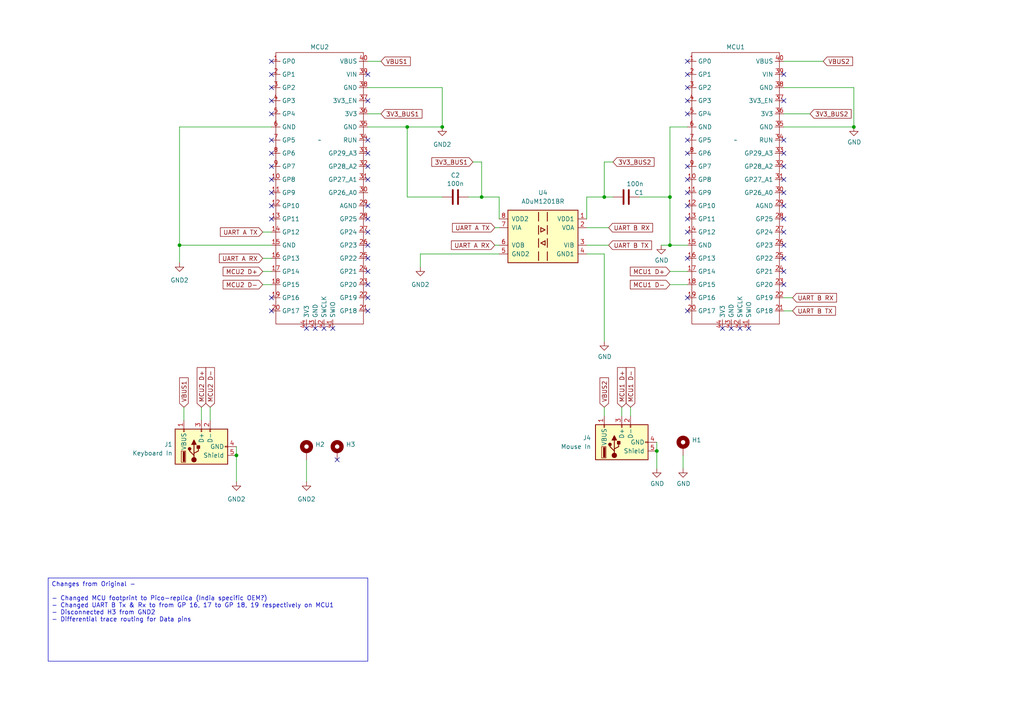
<source format=kicad_sch>
(kicad_sch (version 20230121) (generator eeschema)
  (paper "A4")
  (title_block (title "DeskHop - Fast Keyboard/Mouse Switching Device - Type C") (date "2024-02-20") (rev "v1") (company "Hrvoje Čavrak") (comment 1 "Astrek") (comment 2 "Modified by ~") (comment 3 "Umgbhalla") (comment 4 "Ideation ~"))
  (lib_symbols
    (symbol "Connector:USB_A" (pin_names (offset 1.016))
      (property "Reference" "J" (at -5.08 11.43 0))
      (property "Value" "USB_A" (at -5.08 8.89 0))
      (symbol "USB_A_0_1"
        (rectangle (start -5.08 -7.62) (end 5.08 7.62) (stroke (width 0.254)) (fill (type background)))
        (circle (center -3.81 2.159) (radius 0.635) (stroke (width 0.254)) (fill (type outline)))
        (rectangle (start -1.524 4.826) (end -4.318 5.334) (fill (type outline)))
        (rectangle (start -1.27 4.572) (end -4.572 5.842))
        (circle (center -0.635 3.429) (radius 0.381) (stroke (width 0.254)) (fill (type outline)))
        (rectangle (start -0.127 -7.62) (end 0.127 -6.858))
        (polyline (pts (xy -3.175 2.159) (xy -2.54 2.159) (xy -1.27 3.429) (xy -0.635 3.429)) (stroke (width 0.254)))
        (polyline (pts (xy -2.54 2.159) (xy -1.905 2.159) (xy -1.27 0.889) (xy 0 0.889)) (stroke (width 0.254)))
        (polyline (pts (xy 0.635 2.794) (xy 0.635 1.524) (xy 1.905 2.159) (xy 0.635 2.794)) (stroke (width 0.254)) (fill (type outline)))
        (rectangle (start 0.254 1.27) (end -0.508 0.508) (stroke (width 0.254)) (fill (type outline)))
        (rectangle (start 5.08 -2.667) (end 4.318 -2.413))
        (rectangle (start 5.08 -0.127) (end 4.318 0.127))
        (rectangle (start 5.08 4.953) (end 4.318 5.207))
      )
      (symbol "USB_A_1_1"
        (polyline (pts (xy -1.905 2.159) (xy 0.635 2.159)) (stroke (width 0.254)))
        (pin power_in line (at 7.62 5.08 180) (length 2.54) (name "VBUS") (number "1"))
        (pin bidirectional line (at 7.62 -2.54 180) (length 2.54) (name "D-") (number "2"))
        (pin bidirectional line (at 7.62 0 180) (length 2.54) (name "D+") (number "3"))
        (pin power_in line (at 0 -10.16 90) (length 2.54) (name "GND") (number "4"))
        (pin passive line (at -2.54 -10.16 90) (length 2.54) (name "Shield") (number "5"))
      )
    )
    (symbol "Device:C" (pin_numbers hide) (pin_names (offset 0.254))
      (property "Reference" "C" (at 0.635 2.54 0))
      (property "Value" "C" (at 0.635 -2.54 0))
      (symbol "C_0_1"
        (polyline (pts (xy -2.032 -0.762) (xy 2.032 -0.762)) (stroke (width 0.508)))
        (polyline (pts (xy -2.032 0.762) (xy 2.032 0.762)) (stroke (width 0.508)))
      )
      (symbol "C_1_1"
        (pin passive line (at 0 3.81 270) (length 2.794) (name "~") (number "1"))
        (pin passive line (at 0 -3.81 90) (length 2.794) (name "~") (number "2"))
      )
    )
    (symbol "Isolator:ADuM1201BR" (pin_names (offset 1.016))
      (property "Reference" "U" (at -10.16 8.89 0))
      (property "Value" "ADuM1201BR" (at -2.032 8.89 0))
      (symbol "ADuM1201BR_0_1"
        (rectangle (start -10.16 7.62) (end 10.16 -7.62) (stroke (width 0.254)) (fill (type background)))
        (polyline (pts (xy -1.27 -4.445) (xy -1.27 -6.985)) (stroke (width 0.254)))
        (polyline (pts (xy -1.27 -0.635) (xy -1.27 -3.175)) (stroke (width 0.254)))
        (polyline (pts (xy -1.27 3.175) (xy -1.27 0.635)) (stroke (width 0.254)))
        (polyline (pts (xy -1.27 6.985) (xy -1.27 4.445)) (stroke (width 0.254)))
        (polyline (pts (xy 1.27 -4.445) (xy 1.27 -6.985)) (stroke (width 0.254)))
        (polyline (pts (xy 1.27 -0.635) (xy 1.27 -3.175)) (stroke (width 0.254)))
        (polyline (pts (xy 1.27 3.175) (xy 1.27 0.635)) (stroke (width 0.254)))
        (polyline (pts (xy 1.27 6.985) (xy 1.27 4.445)) (stroke (width 0.254)))
        (polyline (pts (xy -0.635 -1.27) (xy -0.635 -2.54) (xy 0.635 -1.905) (xy -0.635 -1.27)) (stroke (width 0.254)))
        (polyline (pts (xy 0.635 2.54) (xy 0.635 1.27) (xy -0.635 1.905) (xy 0.635 2.54)) (stroke (width 0.254)))
      )
      (symbol "ADuM1201BR_1_1"
        (pin power_in line (at -12.7 5.08 0) (length 2.54) (name "VDD1") (number "1"))
        (pin output line (at -12.7 2.54 0) (length 2.54) (name "VOA") (number "2"))
        (pin input line (at -12.7 -2.54 0) (length 2.54) (name "VIB") (number "3"))
        (pin power_in line (at -12.7 -5.08 0) (length 2.54) (name "GND1") (number "4"))
        (pin power_in line (at 12.7 -5.08 180) (length 2.54) (name "GND2") (number "5"))
        (pin output line (at 12.7 -2.54 180) (length 2.54) (name "VOB") (number "6"))
        (pin input line (at 12.7 2.54 180) (length 2.54) (name "VIA") (number "7"))
        (pin power_in line (at 12.7 5.08 180) (length 2.54) (name "VDD2") (number "8"))
      )
    )
    (symbol "Mechanical:MountingHole_Pad" (pin_numbers hide) (pin_names (offset 1.016) hide)
      (property "Reference" "H" (at 0 6.35 0))
      (property "Value" "MountingHole_Pad" (at 0 4.445 0))
      (symbol "MountingHole_Pad_0_1"
        (circle (center 0 1.27) (radius 1.27) (stroke (width 1.27)))
      )
      (symbol "MountingHole_Pad_1_1"
        (pin input line (at 0 -2.54 90) (length 2.54) (name "1") (number "1"))
      )
    )
    (symbol "OEM-like:Pico_like_Umang"
      (property "Reference" "MCU" (at 0 0 0))
      (symbol "Pico_like_Umang_0_1"
        (rectangle (start -12.7 -41.91) (end 12.7 36.83))
      )
      (symbol "Pico_like_Umang_1_1"
        (pin bidirectional line (at -13.97 34.29 0) (length 2.54) (name "GP0") (number "1"))
        (pin bidirectional line (at -13.97 0 0) (length 2.54) (name "GP8") (number "10"))
        (pin bidirectional line (at -13.97 -3.81 0) (length 2.54) (name "GP9") (number "11"))
        (pin bidirectional line (at -13.97 -7.62 0) (length 2.54) (name "GP10") (number "12"))
        (pin bidirectional line (at -13.97 -11.43 0) (length 2.54) (name "GP11") (number "13"))
        (pin bidirectional line (at -13.97 -15.24 0) (length 2.54) (name "GP12") (number "14"))
        (pin input line (at -13.97 -19.05 0) (length 2.54) (name "GND") (number "15"))
        (pin bidirectional line (at -13.97 -22.86 0) (length 2.54) (name "GP13") (number "16"))
        (pin bidirectional line (at -13.97 -26.67 0) (length 2.54) (name "GP14") (number "17"))
        (pin bidirectional line (at -13.97 -30.48 0) (length 2.54) (name "GP15") (number "18"))
        (pin bidirectional line (at -13.97 -34.29 0) (length 2.54) (name "GP16") (number "19"))
        (pin bidirectional line (at -13.97 30.48 0) (length 2.54) (name "GP1") (number "2"))
        (pin bidirectional line (at -13.97 -38.1 0) (length 2.54) (name "GP17") (number "20"))
        (pin bidirectional line (at 13.97 -38.1 180) (length 2.54) (name "GP18") (number "21"))
        (pin bidirectional line (at 13.97 -34.29 180) (length 2.54) (name "GP19") (number "22"))
        (pin bidirectional line (at 13.97 -30.48 180) (length 2.54) (name "GP20") (number "23"))
        (pin bidirectional line (at 13.97 -26.67 180) (length 2.54) (name "GP21") (number "24"))
        (pin bidirectional line (at 13.97 -22.86 180) (length 2.54) (name "GP22") (number "25"))
        (pin bidirectional line (at 13.97 -19.05 180) (length 2.54) (name "GP23") (number "26"))
        (pin bidirectional line (at 13.97 -15.24 180) (length 2.54) (name "GP24") (number "27"))
        (pin bidirectional line (at 13.97 -11.43 180) (length 2.54) (name "GP25") (number "28"))
        (pin input line (at 13.97 -7.62 180) (length 2.54) (name "AGND") (number "29"))
        (pin bidirectional line (at -13.97 26.67 0) (length 2.54) (name "GP2") (number "3"))
        (pin bidirectional line (at 13.97 -3.81 180) (length 2.54) (name "GP26_A0") (number "30"))
        (pin bidirectional line (at 13.97 0 180) (length 2.54) (name "GP27_A1") (number "31"))
        (pin bidirectional line (at 13.97 3.81 180) (length 2.54) (name "GP28_A2") (number "32"))
        (pin bidirectional line (at 13.97 7.62 180) (length 2.54) (name "GP29_A3") (number "33"))
        (pin bidirectional line (at 13.97 11.43 180) (length 2.54) (name "RUN") (number "34"))
        (pin input line (at 13.97 15.24 180) (length 2.54) (name "GND") (number "35"))
        (pin power_out line (at 13.97 19.05 180) (length 2.54) (name "3V3") (number "36"))
        (pin power_out line (at 13.97 22.86 180) (length 2.54) (name "3V3_EN") (number "37"))
        (pin input line (at 13.97 26.67 180) (length 2.54) (name "GND") (number "38"))
        (pin power_in line (at 13.97 30.48 180) (length 2.54) (name "VIN") (number "39"))
        (pin bidirectional line (at -13.97 22.86 0) (length 2.54) (name "GP3") (number "4"))
        (pin power_in line (at 13.97 34.29 180) (length 2.54) (name "VBUS") (number "40"))
        (pin bidirectional line (at 3.81 -43.18 90) (length 2.54) (name "SWIO") (number "41"))
        (pin bidirectional line (at 1.27 -43.18 90) (length 2.54) (name "SWCLK") (number "42"))
        (pin input line (at -1.27 -43.18 90) (length 2.54) (name "GND") (number "43"))
        (pin power_out line (at -3.81 -43.18 90) (length 2.54) (name "3V3") (number "44"))
        (pin bidirectional line (at -13.97 19.05 0) (length 2.54) (name "GP4") (number "5"))
        (pin input line (at -13.97 15.24 0) (length 2.54) (name "GND") (number "6"))
        (pin bidirectional line (at -13.97 11.43 0) (length 2.54) (name "GP5") (number "7"))
        (pin bidirectional line (at -13.97 7.62 0) (length 2.54) (name "GP6") (number "8"))
        (pin bidirectional line (at -13.97 3.81 0) (length 2.54) (name "GP7") (number "9"))
      )
    )
    (symbol "power:GND" (power) (pin_names (offset 0))
      (property "Value" "GND" (at 0 -3.81 0))
      (symbol "GND_0_1"
        (polyline (pts (xy 0 0) (xy 0 -1.27) (xy 1.27 -1.27) (xy 0 -2.54) (xy -1.27 -1.27) (xy 0 -1.27)))
      )
      (symbol "GND_1_1"
        (pin power_in line (at 0 0 270) (length 0) hide (name "GND") (number "1"))
      )
    )
    (symbol "power:GND2" (power) (pin_names (offset 0))
      (property "Value" "GND2" (at 0 -3.81 0))
      (symbol "GND2_0_1"
        (polyline (pts (xy 0 0) (xy 0 -1.27) (xy 1.27 -1.27) (xy 0 -2.54) (xy -1.27 -1.27) (xy 0 -1.27)))
      )
      (symbol "GND2_1_1"
        (pin power_in line (at 0 0 270) (length 0) hide (name "GND2") (number "1"))
      )
    )
  )
  (junction (at 194.31 71.12))
  (junction (at 68.58 132.08))
  (junction (at 128.27 36.83))
  (junction (at 118.11 36.83))
  (junction (at 139.7 57.15))
  (junction (at 247.65 36.83))
  (junction (at 175.26 57.15))
  (junction (at 194.31 57.15))
  (junction (at 52.07 71.12))
  (junction (at 190.5 130.81))
  (no_connect (at 227.33 55.88))
  (no_connect (at 106.68 82.55))
  (no_connect (at 78.74 48.26))
  (no_connect (at 227.33 59.69))
  (no_connect (at 199.39 29.21))
  (no_connect (at 209.55 95.25))
  (no_connect (at 106.68 48.26))
  (no_connect (at 212.09 95.25))
  (no_connect (at 78.74 29.21))
  (no_connect (at 227.33 29.21))
  (no_connect (at 106.68 52.07))
  (no_connect (at 199.39 90.17))
  (no_connect (at 227.33 63.5))
  (no_connect (at 227.33 48.26))
  (no_connect (at 93.98 95.25))
  (no_connect (at 227.33 52.07))
  (no_connect (at 106.68 86.36))
  (no_connect (at 106.68 59.69))
  (no_connect (at 199.39 44.45))
  (no_connect (at 199.39 59.69))
  (no_connect (at 199.39 52.07))
  (no_connect (at 199.39 63.5))
  (no_connect (at 78.74 63.5))
  (no_connect (at 227.33 40.64))
  (no_connect (at 227.33 78.74))
  (no_connect (at 227.33 67.31))
  (no_connect (at 106.68 63.5))
  (no_connect (at 78.74 52.07))
  (no_connect (at 199.39 17.78))
  (no_connect (at 106.68 78.74))
  (no_connect (at 199.39 25.4))
  (no_connect (at 199.39 40.64))
  (no_connect (at 106.68 44.45))
  (no_connect (at 78.74 21.59))
  (no_connect (at 106.68 74.93))
  (no_connect (at 199.39 48.26))
  (no_connect (at 78.74 17.78))
  (no_connect (at 199.39 74.93))
  (no_connect (at 217.17 95.25))
  (no_connect (at 199.39 33.02))
  (no_connect (at 199.39 86.36))
  (no_connect (at 106.68 40.64))
  (no_connect (at 227.33 74.93))
  (no_connect (at 91.44 95.25))
  (no_connect (at 199.39 55.88))
  (no_connect (at 97.79 133.35))
  (no_connect (at 106.68 90.17))
  (no_connect (at 78.74 90.17))
  (no_connect (at 227.33 71.12))
  (no_connect (at 78.74 25.4))
  (no_connect (at 106.68 71.12))
  (no_connect (at 78.74 44.45))
  (no_connect (at 78.74 40.64))
  (no_connect (at 106.68 21.59))
  (no_connect (at 78.74 59.69))
  (no_connect (at 106.68 67.31))
  (no_connect (at 88.9 95.25))
  (no_connect (at 227.33 82.55))
  (no_connect (at 199.39 67.31))
  (no_connect (at 106.68 29.21))
  (no_connect (at 78.74 33.02))
  (no_connect (at 78.74 55.88))
  (no_connect (at 227.33 44.45))
  (no_connect (at 214.63 95.25))
  (no_connect (at 96.52 95.25))
  (no_connect (at 199.39 21.59))
  (no_connect (at 227.33 21.59))
  (no_connect (at 78.74 86.36))
  (wire (pts (xy 139.7 57.15) (xy 139.7 46.99)))
  (wire (pts (xy 175.26 73.66) (xy 175.26 99.06)))
  (wire (pts (xy 247.65 25.4) (xy 247.65 36.83)))
  (wire (pts (xy 78.74 36.83) (xy 52.07 36.83)))
  (wire (pts (xy 177.8 46.99) (xy 175.26 46.99)))
  (wire (pts (xy 121.92 73.66) (xy 144.78 73.66)))
  (wire (pts (xy 170.18 73.66) (xy 175.26 73.66)))
  (wire (pts (xy 68.58 129.54) (xy 68.58 132.08)))
  (wire (pts (xy 194.31 36.83) (xy 194.31 57.15)))
  (wire (pts (xy 76.2 82.55) (xy 78.74 82.55)))
  (wire (pts (xy 227.33 86.36) (xy 229.87 86.36)))
  (wire (pts (xy 198.12 132.08) (xy 198.12 135.89)))
  (wire (pts (xy 76.2 74.93) (xy 78.74 74.93)))
  (wire (pts (xy 227.33 33.02) (xy 234.95 33.02)))
  (wire (pts (xy 190.5 128.27) (xy 190.5 130.81)))
  (wire (pts (xy 52.07 36.83) (xy 52.07 71.12)))
  (wire (pts (xy 106.68 25.4) (xy 128.27 25.4)))
  (wire (pts (xy 199.39 36.83) (xy 194.31 36.83)))
  (wire (pts (xy 194.31 71.12) (xy 194.31 57.15)))
  (wire (pts (xy 227.33 90.17) (xy 229.87 90.17)))
  (wire (pts (xy 144.78 57.15) (xy 139.7 57.15)))
  (wire (pts (xy 176.53 71.12) (xy 170.18 71.12)))
  (wire (pts (xy 185.42 57.15) (xy 194.31 57.15)))
  (wire (pts (xy 76.2 78.74) (xy 78.74 78.74)))
  (wire (pts (xy 106.68 33.02) (xy 110.49 33.02)))
  (wire (pts (xy 68.58 132.08) (xy 68.58 139.7)))
  (wire (pts (xy 194.31 82.55) (xy 199.39 82.55)))
  (wire (pts (xy 170.18 66.04) (xy 176.53 66.04)))
  (wire (pts (xy 180.34 118.11) (xy 180.34 120.65)))
  (wire (pts (xy 52.07 71.12) (xy 78.74 71.12)))
  (wire (pts (xy 194.31 78.74) (xy 199.39 78.74)))
  (wire (pts (xy 227.33 36.83) (xy 247.65 36.83)))
  (wire (pts (xy 88.9 133.35) (xy 88.9 139.7)))
  (wire (pts (xy 175.26 46.99) (xy 175.26 57.15)))
  (wire (pts (xy 190.5 130.81) (xy 190.5 135.89)))
  (wire (pts (xy 143.51 66.04) (xy 144.78 66.04)))
  (wire (pts (xy 144.78 63.5) (xy 144.78 57.15)))
  (wire (pts (xy 53.34 118.11) (xy 53.34 121.92)))
  (wire (pts (xy 135.89 57.15) (xy 139.7 57.15)))
  (wire (pts (xy 175.26 118.11) (xy 175.26 120.65)))
  (wire (pts (xy 76.2 67.31) (xy 78.74 67.31)))
  (wire (pts (xy 52.07 71.12) (xy 52.07 76.2)))
  (wire (pts (xy 137.16 46.99) (xy 139.7 46.99)))
  (wire (pts (xy 175.26 57.15) (xy 177.8 57.15)))
  (wire (pts (xy 191.77 71.12) (xy 194.31 71.12)))
  (wire (pts (xy 170.18 57.15) (xy 175.26 57.15)))
  (wire (pts (xy 106.68 17.78) (xy 110.49 17.78)))
  (wire (pts (xy 118.11 36.83) (xy 118.11 57.15)))
  (wire (pts (xy 227.33 17.78) (xy 238.76 17.78)))
  (wire (pts (xy 182.88 118.11) (xy 182.88 120.65)))
  (wire (pts (xy 199.39 71.12) (xy 194.31 71.12)))
  (wire (pts (xy 227.33 25.4) (xy 247.65 25.4)))
  (wire (pts (xy 60.96 118.11) (xy 60.96 121.92)))
  (wire (pts (xy 58.42 118.11) (xy 58.42 121.92)))
  (wire (pts (xy 170.18 57.15) (xy 170.18 63.5)))
  (wire (pts (xy 118.11 36.83) (xy 128.27 36.83)))
  (wire (pts (xy 121.92 73.66) (xy 121.92 77.47)))
  (wire (pts (xy 128.27 25.4) (xy 128.27 36.83)))
  (wire (pts (xy 143.51 71.12) (xy 144.78 71.12)))
  (wire (pts (xy 106.68 36.83) (xy 118.11 36.83)))
  (wire (pts (xy 128.27 57.15) (xy 118.11 57.15)))
  (text_box "Changes from Original - \n\n- Changed MCU footprint to Pico-replica (India specific OEM?)\n- Changed UART B Tx & Rx to from GP 16, 17 to GP 18, 19 respectively on MCU1\n- Disconnected H3 from GND2\n- Differential trace routing for Data pins" (at 13.97 167.64 0) (size 92.71 24.13) (effects (font (size 1.27 1.27)) (justify left top)))
  (global_label "MCU1 D-" (shape input) (at 182.88 118.11 90) (property "Intersheetrefs" "${INTERSHEET_REFS}" (effects hide)))
  (global_label "MCU2 D-" (shape input) (at 60.96 118.11 90) (property "Intersheetrefs" "${INTERSHEET_REFS}" (effects hide)))
  (global_label "3V3_BUS2" (shape input) (at 177.8 46.99 0) (property "Intersheetrefs" "${INTERSHEET_REFS}" (effects hide)))
  (global_label "MCU2 D+" (shape input) (at 76.2 78.74 180) (property "Intersheetrefs" "${INTERSHEET_REFS}" (effects hide)))
  (global_label "UART B RX" (shape input) (at 229.87 86.36 0) (property "Intersheetrefs" "${INTERSHEET_REFS}" (effects hide)))
  (global_label "MCU1 D+" (shape input) (at 194.31 78.74 180) (property "Intersheetrefs" "${INTERSHEET_REFS}" (effects hide)))
  (global_label "VBUS2" (shape input) (at 238.76 17.78 0) (property "Intersheetrefs" "${INTERSHEET_REFS}" (effects hide)))
  (global_label "UART B RX" (shape input) (at 176.53 66.04 0) (property "Intersheetrefs" "${INTERSHEET_REFS}" (effects hide)))
  (global_label "MCU2 D+" (shape input) (at 58.42 118.11 90) (property "Intersheetrefs" "${INTERSHEET_REFS}" (effects hide)))
  (global_label "3V3_BUS1" (shape input) (at 110.49 33.02 0) (property "Intersheetrefs" "${INTERSHEET_REFS}" (effects hide)))
  (global_label "3V3_BUS1" (shape input) (at 137.16 46.99 180) (property "Intersheetrefs" "${INTERSHEET_REFS}" (effects hide)))
  (global_label "UART A RX" (shape input) (at 76.2 74.93 180) (property "Intersheetrefs" "${INTERSHEET_REFS}" (effects hide)))
  (global_label "UART A TX" (shape input) (at 143.51 66.04 180) (property "Intersheetrefs" "${INTERSHEET_REFS}" (effects hide)))
  (global_label "UART B TX" (shape input) (at 176.53 71.12 0) (property "Intersheetrefs" "${INTERSHEET_REFS}" (effects hide)))
  (global_label "UART A RX" (shape input) (at 143.51 71.12 180) (property "Intersheetrefs" "${INTERSHEET_REFS}" (effects hide)))
  (global_label "3V3_BUS2" (shape input) (at 234.95 33.02 0) (property "Intersheetrefs" "${INTERSHEET_REFS}" (effects hide)))
  (global_label "VBUS2" (shape input) (at 175.26 118.11 90) (property "Intersheetrefs" "${INTERSHEET_REFS}" (effects hide)))
  (global_label "VBUS1" (shape input) (at 110.49 17.78 0) (property "Intersheetrefs" "${INTERSHEET_REFS}" (effects hide)))
  (global_label "MCU1 D-" (shape input) (at 194.31 82.55 180) (property "Intersheetrefs" "${INTERSHEET_REFS}" (effects hide)))
  (global_label "UART B TX" (shape input) (at 229.87 90.17 0) (property "Intersheetrefs" "${INTERSHEET_REFS}" (effects hide)))
  (global_label "VBUS1" (shape input) (at 53.34 118.11 90) (property "Intersheetrefs" "${INTERSHEET_REFS}" (effects hide)))
  (global_label "UART A TX" (shape input) (at 76.2 67.31 180) (property "Intersheetrefs" "${INTERSHEET_REFS}" (effects hide)))
  (global_label "MCU1 D+" (shape input) (at 180.34 118.11 90) (property "Intersheetrefs" "${INTERSHEET_REFS}" (effects hide)))
  (global_label "MCU2 D-" (shape input) (at 76.2 82.55 180) (property "Intersheetrefs" "${INTERSHEET_REFS}" (effects hide)))
  (symbol (lib_id "Mechanical:MountingHole_Pad") (at 198.12 129.54 0) (unit 1)
    (property "Reference" "H1" (at 200.66 127.635 0) (effects (justify left)))
    (property "Value" "MountingHole_Pad" (effects hide))
    (property "Footprint" "MountingHole:MountingHole_2.7mm_M2.5_Pad_TopBottom" (effects hide))
  )
  (symbol (lib_id "Connector:USB_A") (at 58.42 129.54 90) (unit 1)
    (property "Reference" "J1" (at 50.038 128.905 90) (effects (justify left)))
    (property "Value" "Keyboard In" (at 50.038 131.445 90) (effects (justify left)))
    (property "Footprint" "Connector_USB:USB_A_Molex_67643_Horizontal" (effects hide))
    (property "Datasheet" " ~" (effects hide))
  )
  (symbol (lib_id "power:GND2") (at 128.27 36.83 0) (mirror y) (unit 1)
    (property "Reference" "#PWR07" (effects hide))
    (property "Value" "GND2" (at 128.27 41.91 0))
  )
  (symbol (lib_id "Mechanical:MountingHole_Pad") (at 88.9 130.81 0) (unit 1)
    (property "Reference" "H2" (at 91.44 128.905 0) (effects (justify left)))
    (property "Value" "MountingHole_Pad" (effects hide))
    (property "Footprint" "MountingHole:MountingHole_2.7mm_M2.5_Pad_TopBottom" (effects hide))
  )
  (symbol (lib_id "Isolator:ADuM1201BR") (at 157.48 68.58 0) (mirror y) (unit 1)
    (property "Reference" "U4" (at 157.48 55.88 0))
    (property "Value" "ADuM1201BR" (at 157.48 58.42 0))
    (property "Footprint" "Package_SO:SOIC-8_3.9x4.9mm_P1.27mm" (effects hide))
    (property "Datasheet" "https://www.analog.com/static/imported-files/data_sheets/ADuM1200_1201.pdf" (effects hide))
  )
  (symbol (lib_id "Device:C") (at 132.08 57.15 90) (unit 1)
    (property "Reference" "C2" (at 132.08 50.8467 90))
    (property "Value" "100n" (at 132.08 53.2709 90))
    (property "Footprint" "Capacitor_SMD:C_1206_3216Metric_Pad1.33x1.80mm_HandSolder" (effects hide))
  )
  (symbol (lib_id "Mechanical:MountingHole_Pad") (at 97.79 130.81 0) (unit 1)
    (property "Reference" "H3" (at 100.33 128.905 0) (effects (justify left)))
    (property "Value" "MountingHole_Pad" (effects hide))
    (property "Footprint" "MountingHole:MountingHole_2.7mm_M2.5_Pad_TopOnly" (effects hide))
  )
  (symbol (lib_id "power:GND2") (at 52.07 76.2 0) (mirror y) (unit 1)
    (property "Reference" "#PWR01" (effects hide))
    (property "Value" "GND2" (at 52.07 81.28 0))
  )
  (symbol (lib_id "OEM-like:Pico_like_Umang") (at 213.36 52.07 0) (unit 1)
    (property "Reference" "MCU1" (at 213.36 13.6469 0))
    (property "Value" "~" (at 213.36 40.64 0))
    (property "Footprint" "OEM_like:Pico_like" (effects hide))
  )
  (symbol (lib_id "power:GND") (at 175.26 99.06 0) (unit 1)
    (property "Reference" "#PWR010" (effects hide))
    (property "Value" "GND" (at 175.387 103.4542 0))
  )
  (symbol (lib_id "power:GND") (at 191.77 71.12 0) (unit 1)
    (property "Reference" "#PWR06" (effects hide))
    (property "Value" "GND" (at 191.897 75.5142 0))
  )
  (symbol (lib_id "power:GND2") (at 68.58 139.7 0) (mirror y) (unit 1)
    (property "Reference" "#PWR08" (effects hide))
    (property "Value" "GND2" (at 68.58 144.78 0))
  )
  (symbol (lib_id "power:GND") (at 198.12 135.89 0) (unit 1)
    (property "Reference" "#PWR02" (effects hide))
    (property "Value" "GND" (at 198.247 140.2842 0))
  )
  (symbol (lib_id "OEM-like:Pico_like_Umang") (at 92.71 52.07 0) (unit 1)
    (property "Reference" "MCU2" (at 92.71 13.6469 0))
    (property "Value" "~" (at 92.71 40.64 0))
    (property "Footprint" "OEM_like:Pico_like" (effects hide))
  )
  (symbol (lib_id "power:GND2") (at 121.92 77.47 0) (unit 1)
    (property "Reference" "#PWR05" (effects hide))
    (property "Value" "GND2" (at 121.92 82.55 0))
  )
  (symbol (lib_id "power:GND") (at 247.65 36.83 0) (unit 1)
    (property "Reference" "#PWR09" (effects hide))
    (property "Value" "GND" (at 247.777 41.2242 0))
  )
  (symbol (lib_id "power:GND2") (at 88.9 139.7 0) (mirror y) (unit 1)
    (property "Reference" "#PWR03" (effects hide))
    (property "Value" "GND2" (at 88.9 144.78 0))
  )
  (symbol (lib_id "power:GND") (at 190.5 135.89 0) (unit 1)
    (property "Reference" "#PWR04" (effects hide))
    (property "Value" "GND" (at 190.627 140.2842 0))
  )
  (symbol (lib_id "Connector:USB_A") (at 180.34 128.27 90) (unit 1)
    (property "Reference" "J4" (at 171.45 127 90) (effects (justify left)))
    (property "Value" "Mouse In" (at 171.45 129.54 90) (effects (justify left)))
    (property "Footprint" "Connector_USB:USB_A_Molex_67643_Horizontal" (effects hide))
    (property "Datasheet" " ~" (effects hide))
  )
  (symbol (lib_id "Device:C") (at 181.61 57.15 90) (unit 1)
    (property "Reference" "C1" (at 186.69 55.88 90) (effects (justify left)))
    (property "Value" "100n" (at 186.69 53.34 90) (effects (justify left)))
    (property "Footprint" "Capacitor_SMD:C_1206_3216Metric_Pad1.33x1.80mm_HandSolder" (effects hide))
  )
)
</source>
